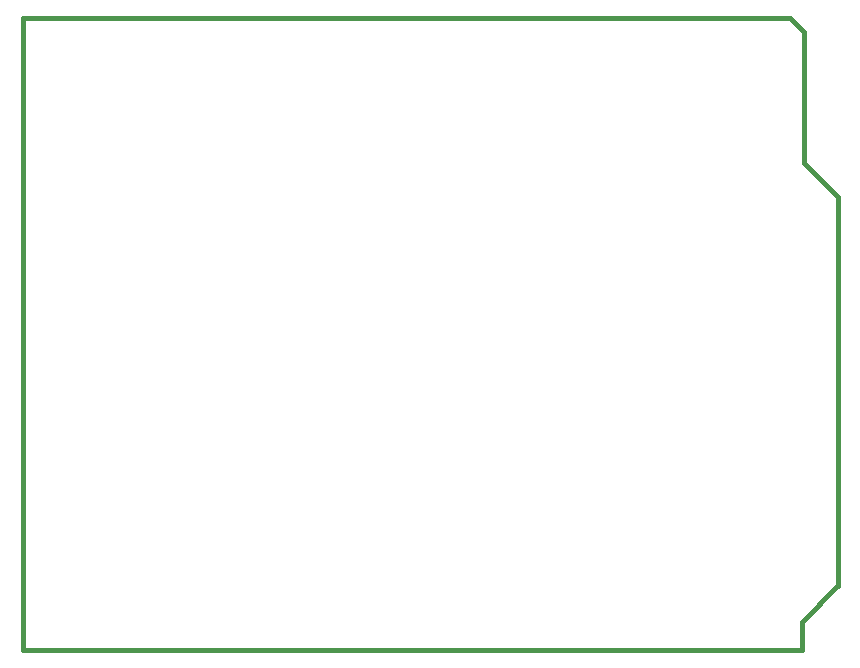
<source format=gbr>
G04 (created by PCBNEW (2013-05-31 BZR 4019)-stable) date 20/03/2014 22:02:18*
%MOIN*%
G04 Gerber Fmt 3.4, Leading zero omitted, Abs format*
%FSLAX34Y34*%
G01*
G70*
G90*
G04 APERTURE LIST*
%ADD10C,0.00590551*%
%ADD11C,0.015*%
G04 APERTURE END LIST*
G54D10*
G54D11*
X69153Y-33002D02*
X69153Y-28642D01*
X70266Y-34115D02*
X69153Y-33002D01*
X69085Y-49233D02*
X69075Y-49233D01*
X69085Y-48298D02*
X69085Y-49233D01*
X70266Y-47117D02*
X69085Y-48298D01*
X43110Y-49233D02*
X69070Y-49233D01*
X43110Y-28213D02*
X43110Y-28233D01*
X68680Y-28163D02*
X43110Y-28163D01*
X69150Y-28633D02*
X68690Y-28173D01*
X70270Y-47093D02*
X70270Y-34133D01*
X43110Y-28213D02*
X43120Y-28213D01*
X43110Y-28213D02*
X43110Y-49213D01*
M02*

</source>
